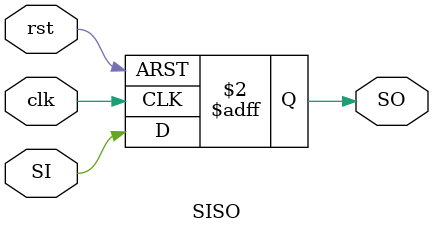
<source format=v>
module SISO(
input SI,clk,rst,
output reg SO
);
always @(posedge clk or posedge rst) begin 
if(rst) SO=0;
else SO=SI;
end
endmodule


</source>
